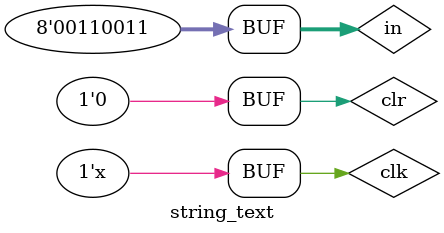
<source format=v>
`timescale 1ns / 1ps


module string_text;

	// Inputs
	reg clk;
	reg clr;
	reg [7:0] in;

	// Outputs
	wire out;

	// Instantiate the Unit Under Test (UUT)
	string uut (
		.clk(clk), 
		.clr(clr), 
		.in(in), 
		.out(out)
	);

	initial begin
		// Initialize Inputs
		clk = 0;
		clr = 0;
		in = 0;
		#70 clr = 1;
		#10 clr = 0;
		
		// Wait 100 ns for global reset to finish
		
        
		// Add stimulus here

	end
	always #5 clk = ~clk;
	always begin
	 in = "1";
		#10 in = "*";
		#10 in = "2";
		#10 in = "*";
		#10 in = "3";
		#40 in = "1";
		#10 in = "*";
		#10 in = "2";
		#10 in = "*";
		#10 in = "3";
	end
endmodule


</source>
